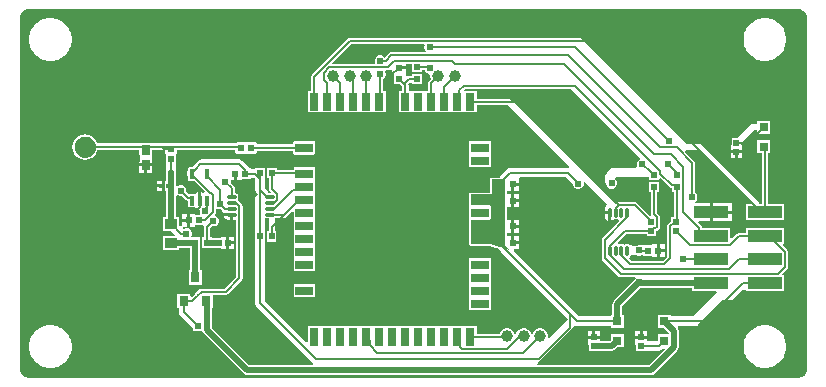
<source format=gtl>
G04*
G04 #@! TF.GenerationSoftware,Altium Limited,Altium Designer,21.6.4 (81)*
G04*
G04 Layer_Physical_Order=1*
G04 Layer_Color=255*
%FSAX25Y25*%
%MOIN*%
G70*
G04*
G04 #@! TF.SameCoordinates,4D958C9C-F649-4AF2-B5CF-C97532408FB4*
G04*
G04*
G04 #@! TF.FilePolarity,Positive*
G04*
G01*
G75*
%ADD13C,0.02000*%
%ADD14C,0.00700*%
%ADD19R,0.01860X0.02288*%
%ADD20R,0.02288X0.01860*%
%ADD21R,0.01968X0.02362*%
%ADD22R,0.02362X0.01968*%
%ADD23R,0.19685X0.03937*%
%ADD24C,0.03937*%
%ADD25R,0.03150X0.03150*%
G04:AMPARAMS|DCode=26|XSize=15.75mil|YSize=33.47mil|CornerRadius=1.97mil|HoleSize=0mil|Usage=FLASHONLY|Rotation=180.000|XOffset=0mil|YOffset=0mil|HoleType=Round|Shape=RoundedRectangle|*
%AMROUNDEDRECTD26*
21,1,0.01575,0.02953,0,0,180.0*
21,1,0.01181,0.03347,0,0,180.0*
1,1,0.00394,-0.00591,0.01476*
1,1,0.00394,0.00591,0.01476*
1,1,0.00394,0.00591,-0.01476*
1,1,0.00394,-0.00591,-0.01476*
%
%ADD26ROUNDEDRECTD26*%
%ADD27R,0.03150X0.05906*%
%ADD28R,0.05906X0.03150*%
%ADD29R,0.04331X0.04331*%
%ADD30R,0.02441X0.02362*%
%ADD31R,0.02423X0.02254*%
G04:AMPARAMS|DCode=32|XSize=11.81mil|YSize=31.5mil|CornerRadius=1.95mil|HoleSize=0mil|Usage=FLASHONLY|Rotation=90.000|XOffset=0mil|YOffset=0mil|HoleType=Round|Shape=RoundedRectangle|*
%AMROUNDEDRECTD32*
21,1,0.01181,0.02760,0,0,90.0*
21,1,0.00791,0.03150,0,0,90.0*
1,1,0.00390,0.01380,0.00396*
1,1,0.00390,0.01380,-0.00396*
1,1,0.00390,-0.01380,-0.00396*
1,1,0.00390,-0.01380,0.00396*
%
%ADD32ROUNDEDRECTD32*%
%ADD33R,0.03150X0.03543*%
%ADD34R,0.02559X0.03347*%
%ADD35R,0.02254X0.02423*%
%ADD36R,0.01788X0.01428*%
%ADD37R,0.03937X0.03543*%
%ADD38R,0.02362X0.02441*%
%ADD39R,0.11614X0.04016*%
G04:AMPARAMS|DCode=40|XSize=11.81mil|YSize=31.5mil|CornerRadius=1.95mil|HoleSize=0mil|Usage=FLASHONLY|Rotation=0.000|XOffset=0mil|YOffset=0mil|HoleType=Round|Shape=RoundedRectangle|*
%AMROUNDEDRECTD40*
21,1,0.01181,0.02760,0,0,0.0*
21,1,0.00791,0.03150,0,0,0.0*
1,1,0.00390,0.00396,-0.01380*
1,1,0.00390,-0.00396,-0.01380*
1,1,0.00390,-0.00396,0.01380*
1,1,0.00390,0.00396,0.01380*
%
%ADD40ROUNDEDRECTD40*%
%ADD54C,0.00050*%
%ADD55C,0.00800*%
%ADD56C,0.02400*%
G36*
X0260531Y0123977D02*
X0261155Y0123852D01*
X0261743Y0123609D01*
X0262272Y0123256D01*
X0262722Y0122806D01*
X0263076Y0122277D01*
X0263320Y0121689D01*
X0263445Y0121065D01*
X0263445Y0120747D01*
X0263433Y0003996D01*
X0263433Y0003996D01*
X0263433Y0003996D01*
X0263433Y0003701D01*
X0263318Y0003124D01*
X0263093Y0002579D01*
X0262766Y0002090D01*
X0262350Y0001673D01*
X0261860Y0001345D01*
X0261316Y0001120D01*
X0260738Y0001004D01*
X0260444Y0001004D01*
X0004114Y0001020D01*
X0004114Y0001020D01*
X0004114Y0001020D01*
X0003809D01*
X0003212Y0001139D01*
X0002648Y0001372D01*
X0002142Y0001710D01*
X0001710Y0002142D01*
X0001372Y0002648D01*
X0001139Y0003212D01*
X0001020Y0003809D01*
Y0004114D01*
X0001020Y0004114D01*
X0001020Y0004114D01*
X0001012Y0120772D01*
X0001012Y0121086D01*
X0001134Y0121704D01*
X0001375Y0122285D01*
X0001725Y0122809D01*
X0002169Y0123254D01*
X0002692Y0123604D01*
X0003274Y0123845D01*
X0003891Y0123968D01*
X0004206Y0123969D01*
X0260213Y0123977D01*
X0260531Y0123977D01*
D02*
G37*
%LPC*%
G36*
X0250014Y0120886D02*
X0248812D01*
X0248714Y0120866D01*
X0248613D01*
X0247434Y0120632D01*
X0247342Y0120593D01*
X0247243Y0120574D01*
X0246133Y0120114D01*
X0246049Y0120058D01*
X0245956Y0120019D01*
X0244957Y0119351D01*
X0244886Y0119281D01*
X0244802Y0119225D01*
X0243952Y0118375D01*
X0243897Y0118291D01*
X0243826Y0118220D01*
X0243158Y0117221D01*
X0243119Y0117128D01*
X0243064Y0117044D01*
X0242604Y0115934D01*
X0242584Y0115835D01*
X0242546Y0115743D01*
X0242311Y0114564D01*
Y0114463D01*
X0242291Y0114365D01*
Y0113163D01*
X0242311Y0113064D01*
Y0112964D01*
X0242546Y0111785D01*
X0242584Y0111692D01*
X0242604Y0111594D01*
X0243064Y0110483D01*
X0243119Y0110399D01*
X0243158Y0110307D01*
X0243826Y0109307D01*
X0243897Y0109236D01*
X0243952Y0109153D01*
X0244802Y0108303D01*
X0244886Y0108247D01*
X0244957Y0108176D01*
X0245956Y0107508D01*
X0246049Y0107470D01*
X0246133Y0107414D01*
X0247243Y0106954D01*
X0247342Y0106934D01*
X0247434Y0106896D01*
X0248613Y0106661D01*
X0248714D01*
X0248812Y0106642D01*
X0250014D01*
X0250113Y0106661D01*
X0250213D01*
X0251392Y0106896D01*
X0251485Y0106934D01*
X0251584Y0106954D01*
X0252694Y0107414D01*
X0252778Y0107470D01*
X0252870Y0107508D01*
X0253870Y0108176D01*
X0253941Y0108247D01*
X0254024Y0108303D01*
X0254874Y0109153D01*
X0254930Y0109236D01*
X0255001Y0109307D01*
X0255669Y0110307D01*
X0255707Y0110399D01*
X0255763Y0110483D01*
X0256223Y0111594D01*
X0256243Y0111692D01*
X0256281Y0111785D01*
X0256516Y0112964D01*
Y0113064D01*
X0256535Y0113163D01*
Y0114365D01*
X0256516Y0114463D01*
Y0114564D01*
X0256281Y0115743D01*
X0256243Y0115835D01*
X0256223Y0115934D01*
X0255763Y0117044D01*
X0255707Y0117128D01*
X0255669Y0117221D01*
X0255001Y0118220D01*
X0254930Y0118291D01*
X0254874Y0118375D01*
X0254024Y0119225D01*
X0253941Y0119281D01*
X0253870Y0119351D01*
X0252870Y0120019D01*
X0252778Y0120058D01*
X0252694Y0120114D01*
X0251584Y0120574D01*
X0251485Y0120593D01*
X0251392Y0120632D01*
X0250213Y0120866D01*
X0250113D01*
X0250014Y0120886D01*
D02*
G37*
G36*
X0011825D02*
X0010623D01*
X0010525Y0120866D01*
X0010424D01*
X0009245Y0120632D01*
X0009153Y0120593D01*
X0009054Y0120574D01*
X0007944Y0120114D01*
X0007860Y0120058D01*
X0007767Y0120019D01*
X0006768Y0119351D01*
X0006697Y0119281D01*
X0006613Y0119225D01*
X0005763Y0118375D01*
X0005708Y0118291D01*
X0005637Y0118220D01*
X0004969Y0117221D01*
X0004930Y0117128D01*
X0004875Y0117044D01*
X0004415Y0115934D01*
X0004395Y0115835D01*
X0004357Y0115743D01*
X0004122Y0114564D01*
Y0114463D01*
X0004103Y0114365D01*
Y0113163D01*
X0004122Y0113064D01*
Y0112964D01*
X0004357Y0111785D01*
X0004395Y0111692D01*
X0004415Y0111594D01*
X0004875Y0110483D01*
X0004930Y0110399D01*
X0004969Y0110307D01*
X0005637Y0109307D01*
X0005708Y0109236D01*
X0005763Y0109153D01*
X0006613Y0108303D01*
X0006697Y0108247D01*
X0006768Y0108176D01*
X0007767Y0107508D01*
X0007860Y0107470D01*
X0007944Y0107414D01*
X0009054Y0106954D01*
X0009153Y0106934D01*
X0009245Y0106896D01*
X0010424Y0106661D01*
X0010525D01*
X0010623Y0106642D01*
X0011825D01*
X0011924Y0106661D01*
X0012024D01*
X0013203Y0106896D01*
X0013296Y0106934D01*
X0013395Y0106954D01*
X0014505Y0107414D01*
X0014589Y0107470D01*
X0014681Y0107508D01*
X0015681Y0108176D01*
X0015752Y0108247D01*
X0015835Y0108303D01*
X0016685Y0109153D01*
X0016741Y0109236D01*
X0016812Y0109307D01*
X0017480Y0110307D01*
X0017518Y0110399D01*
X0017574Y0110483D01*
X0018034Y0111594D01*
X0018054Y0111692D01*
X0018092Y0111785D01*
X0018327Y0112964D01*
Y0113064D01*
X0018346Y0113163D01*
Y0114365D01*
X0018327Y0114463D01*
Y0114564D01*
X0018092Y0115743D01*
X0018054Y0115835D01*
X0018034Y0115934D01*
X0017574Y0117044D01*
X0017518Y0117128D01*
X0017480Y0117221D01*
X0016812Y0118220D01*
X0016741Y0118291D01*
X0016685Y0118375D01*
X0015835Y0119225D01*
X0015752Y0119281D01*
X0015681Y0119351D01*
X0014681Y0120019D01*
X0014589Y0120058D01*
X0014505Y0120114D01*
X0013395Y0120574D01*
X0013296Y0120593D01*
X0013203Y0120632D01*
X0012024Y0120866D01*
X0011924D01*
X0011825Y0120886D01*
D02*
G37*
G36*
X0251275Y0086723D02*
X0246925D01*
Y0085568D01*
X0245228D01*
X0244838Y0085490D01*
X0244507Y0085269D01*
X0240202Y0080963D01*
X0238370D01*
Y0078485D01*
X0237970D01*
Y0076841D01*
X0239900D01*
X0241830D01*
Y0078485D01*
X0241430D01*
Y0079308D01*
X0245651Y0083528D01*
X0246925D01*
Y0082373D01*
X0251275D01*
Y0086723D01*
D02*
G37*
G36*
X0187400Y0114420D02*
X0111222D01*
X0110832Y0114342D01*
X0110501Y0114121D01*
X0098464Y0102084D01*
X0098243Y0101753D01*
X0098166Y0101363D01*
Y0096592D01*
X0097010D01*
Y0089487D01*
X0123013D01*
Y0096592D01*
X0122220D01*
Y0100742D01*
X0122220Y0100743D01*
X0122726Y0101249D01*
X0123000Y0101910D01*
Y0102627D01*
X0122866Y0102949D01*
X0123201Y0103449D01*
X0123842D01*
X0124232Y0103526D01*
X0124563Y0103748D01*
X0124818Y0104002D01*
X0125279Y0103811D01*
Y0102130D01*
X0125680D01*
Y0098908D01*
X0127695D01*
X0128378Y0098224D01*
Y0096592D01*
X0127325D01*
Y0089487D01*
X0153328D01*
Y0092020D01*
X0163650D01*
X0184243Y0071427D01*
X0183997Y0070966D01*
X0183668Y0071031D01*
X0164547D01*
X0163922Y0070907D01*
X0163393Y0070553D01*
X0161376Y0068537D01*
X0161023Y0068007D01*
X0161003Y0067910D01*
X0160843Y0067750D01*
X0158387D01*
X0157927Y0067560D01*
X0157737Y0067101D01*
Y0062750D01*
X0151387D01*
X0150927Y0062560D01*
X0150737Y0062101D01*
Y0058601D01*
X0150927Y0058141D01*
X0150947Y0058133D01*
Y0054068D01*
X0150927Y0054060D01*
X0150737Y0053601D01*
Y0045610D01*
X0150927Y0045151D01*
X0151387Y0044961D01*
X0157785D01*
X0159908Y0044282D01*
Y0044179D01*
X0160230D01*
X0160931Y0043955D01*
X0161023Y0043492D01*
X0161376Y0042963D01*
X0183728Y0020612D01*
X0177516Y0014401D01*
X0177068Y0014660D01*
X0177068Y0014662D01*
Y0015338D01*
X0176893Y0015991D01*
X0176555Y0016577D01*
X0176077Y0017055D01*
X0175491Y0017393D01*
X0174838Y0017569D01*
X0174162D01*
X0173509Y0017393D01*
X0172923Y0017055D01*
X0172445Y0016577D01*
X0172107Y0015991D01*
X0172009Y0015627D01*
X0171491D01*
X0171394Y0015991D01*
X0171055Y0016577D01*
X0170577Y0017055D01*
X0169991Y0017393D01*
X0169338Y0017569D01*
X0168662D01*
X0168009Y0017393D01*
X0167423Y0017055D01*
X0166945Y0016577D01*
X0166606Y0015991D01*
X0166509Y0015627D01*
X0165991D01*
X0165893Y0015991D01*
X0165555Y0016577D01*
X0165077Y0017055D01*
X0164491Y0017393D01*
X0163838Y0017569D01*
X0163162D01*
X0162509Y0017393D01*
X0161923Y0017055D01*
X0161445Y0016577D01*
X0161107Y0015991D01*
X0161032Y0015712D01*
X0153328D01*
Y0018246D01*
X0097010D01*
Y0013038D01*
X0096548Y0012846D01*
X0082663Y0026732D01*
Y0048200D01*
Y0053931D01*
X0082919Y0054141D01*
X0083949D01*
Y0049981D01*
X0083384D01*
Y0046419D01*
X0086553D01*
Y0049981D01*
X0085988D01*
Y0054203D01*
X0085989Y0054203D01*
X0086176Y0054328D01*
X0089213D01*
X0089603Y0054405D01*
X0089934Y0054626D01*
X0091824Y0056517D01*
X0092286Y0056325D01*
Y0053857D01*
Y0049526D01*
Y0045195D01*
Y0040865D01*
Y0036534D01*
X0099391D01*
Y0040865D01*
Y0045195D01*
Y0049526D01*
Y0053857D01*
Y0058187D01*
Y0062518D01*
Y0066849D01*
Y0071198D01*
X0092286D01*
Y0070320D01*
X0086653D01*
Y0071081D01*
X0083484D01*
Y0067519D01*
X0084049D01*
Y0063949D01*
X0084127Y0063559D01*
X0084347Y0063228D01*
X0084655Y0062921D01*
X0084463Y0062459D01*
X0084411D01*
X0083931Y0062500D01*
X0083807Y0063124D01*
X0083454Y0063653D01*
X0082763Y0064344D01*
Y0069300D01*
X0082716Y0069537D01*
Y0071081D01*
X0079547D01*
Y0070721D01*
X0077975D01*
Y0070816D01*
X0077526D01*
X0077459Y0071151D01*
X0077105Y0071681D01*
X0075816Y0072970D01*
X0075287Y0073323D01*
X0075208Y0073339D01*
X0075191Y0073356D01*
X0074662Y0073709D01*
X0074038Y0073834D01*
X0061714D01*
X0061714Y0073834D01*
X0061090Y0073709D01*
X0060561Y0073356D01*
X0058423Y0071218D01*
X0057850D01*
X0057539Y0071156D01*
X0057276Y0070980D01*
X0057100Y0070716D01*
X0057038Y0070406D01*
Y0070170D01*
X0056934Y0070014D01*
X0056810Y0069390D01*
Y0068929D01*
X0056934Y0068305D01*
X0057038Y0068149D01*
Y0067453D01*
X0057100Y0067142D01*
X0057276Y0066878D01*
X0057539Y0066702D01*
X0057850Y0066640D01*
X0058808D01*
X0058828Y0066636D01*
X0059122D01*
X0062642Y0063116D01*
X0062643Y0063112D01*
X0062483Y0062568D01*
X0062281Y0062525D01*
X0062058Y0062675D01*
X0061590Y0062768D01*
X0061500D01*
Y0060071D01*
X0060500D01*
Y0062768D01*
X0060409D01*
X0059943Y0062675D01*
X0059547Y0062410D01*
X0059432Y0062238D01*
X0059342Y0062298D01*
X0059031Y0062360D01*
X0057850D01*
X0057539Y0062298D01*
X0057362Y0062179D01*
X0056600Y0062942D01*
X0056600Y0062942D01*
Y0063658D01*
X0056326Y0064320D01*
X0055820Y0064826D01*
X0055158Y0065100D01*
X0054442D01*
X0053780Y0064826D01*
X0053631Y0064677D01*
X0053131Y0064884D01*
Y0072001D01*
X0053227D01*
Y0075493D01*
X0053350Y0075677D01*
X0053409Y0075976D01*
Y0076791D01*
X0072819D01*
Y0076473D01*
X0072879Y0076174D01*
X0073001Y0075990D01*
Y0075873D01*
X0073118D01*
X0073302Y0075750D01*
X0073601Y0075691D01*
X0076024D01*
X0076323Y0075750D01*
X0076500Y0075868D01*
X0076676Y0075750D01*
X0076976Y0075691D01*
X0079399D01*
X0079698Y0075750D01*
X0079882Y0075873D01*
X0079999D01*
Y0075990D01*
X0080121Y0076174D01*
X0080174Y0076439D01*
X0092103D01*
Y0076110D01*
X0092163Y0075811D01*
X0092286Y0075627D01*
Y0075510D01*
X0092402D01*
X0092586Y0075387D01*
X0092886Y0075328D01*
X0098791D01*
X0099091Y0075387D01*
X0099275Y0075510D01*
X0099391D01*
Y0075627D01*
X0099514Y0075811D01*
X0099574Y0076110D01*
Y0079260D01*
X0099514Y0079559D01*
X0099391Y0079743D01*
Y0079860D01*
X0099275D01*
X0099091Y0079983D01*
X0098791Y0080042D01*
X0092886D01*
X0092586Y0079983D01*
X0092402Y0079860D01*
X0092286D01*
Y0079743D01*
X0092163Y0079559D01*
X0092103Y0079260D01*
Y0078761D01*
X0080174D01*
X0080121Y0079026D01*
X0079999Y0079210D01*
Y0079327D01*
X0079882D01*
X0079698Y0079450D01*
X0079399Y0079509D01*
X0076976D01*
X0076676Y0079450D01*
X0076500Y0079332D01*
X0076323Y0079450D01*
X0076024Y0079509D01*
X0073601D01*
X0073302Y0079450D01*
X0073118Y0079327D01*
X0073001D01*
Y0079210D01*
X0072937Y0079114D01*
X0052938D01*
X0052926Y0079121D01*
X0052627Y0079181D01*
X0050373D01*
X0050074Y0079121D01*
X0050062Y0079114D01*
X0044882D01*
X0044879Y0079117D01*
Y0079234D01*
X0044763D01*
X0044579Y0079357D01*
X0044280Y0079416D01*
X0041721D01*
X0041421Y0079357D01*
X0041237Y0079234D01*
X0041120D01*
Y0079117D01*
X0041118Y0079114D01*
X0026862D01*
X0026856Y0079146D01*
X0026511Y0079979D01*
X0026454Y0080064D01*
X0026408Y0080156D01*
X0025859Y0080871D01*
X0025782Y0080939D01*
X0025715Y0081016D01*
X0024999Y0081565D01*
X0024908Y0081610D01*
X0024823Y0081667D01*
X0023990Y0082012D01*
X0023889Y0082032D01*
X0023792Y0082065D01*
X0022898Y0082183D01*
X0022796Y0082176D01*
X0022694Y0082183D01*
X0021800Y0082065D01*
X0021703Y0082032D01*
X0021602Y0082012D01*
X0020769Y0081667D01*
X0020684Y0081610D01*
X0020592Y0081565D01*
X0019877Y0081016D01*
X0019809Y0080939D01*
X0019733Y0080871D01*
X0019184Y0080156D01*
X0019138Y0080064D01*
X0019081Y0079979D01*
X0018736Y0079146D01*
X0018716Y0079046D01*
X0018683Y0078949D01*
X0018566Y0078054D01*
X0018572Y0077952D01*
X0018566Y0077850D01*
X0018683Y0076956D01*
X0018716Y0076859D01*
X0018736Y0076759D01*
X0019081Y0075926D01*
X0019138Y0075841D01*
X0019184Y0075749D01*
X0019733Y0075033D01*
X0019809Y0074966D01*
X0019877Y0074889D01*
X0020592Y0074340D01*
X0020684Y0074295D01*
X0020769Y0074238D01*
X0021602Y0073893D01*
X0021703Y0073873D01*
X0021800Y0073840D01*
X0022694Y0073722D01*
X0022796Y0073729D01*
X0022898Y0073722D01*
X0023792Y0073840D01*
X0023889Y0073873D01*
X0023990Y0073893D01*
X0024823Y0074238D01*
X0024908Y0074295D01*
X0024999Y0074340D01*
X0025715Y0074889D01*
X0025782Y0074966D01*
X0025859Y0075033D01*
X0026408Y0075749D01*
X0026454Y0075841D01*
X0026511Y0075926D01*
X0026856Y0076759D01*
X0026862Y0076791D01*
X0040938D01*
Y0075287D01*
X0040953Y0075213D01*
X0040720Y0074713D01*
X0040720D01*
Y0072539D01*
X0043000D01*
X0045279D01*
Y0074713D01*
X0045279Y0074713D01*
X0045047Y0075213D01*
X0045062Y0075287D01*
Y0076791D01*
X0049591D01*
Y0075976D01*
X0049650Y0075677D01*
X0049773Y0075493D01*
Y0072001D01*
X0049869D01*
Y0066714D01*
X0049302D01*
Y0065000D01*
Y0063286D01*
X0049869D01*
Y0054521D01*
X0048932D01*
Y0049778D01*
X0051565D01*
X0052658Y0048684D01*
X0052467Y0048222D01*
X0048932D01*
Y0043479D01*
X0054068D01*
Y0044369D01*
X0057869D01*
Y0036809D01*
X0057325D01*
Y0032065D01*
X0061675D01*
Y0036809D01*
X0061131D01*
Y0045676D01*
X0061163Y0045835D01*
Y0046000D01*
X0061116Y0046237D01*
Y0047781D01*
X0058580D01*
X0058250Y0048281D01*
X0058400Y0048642D01*
Y0049358D01*
X0058126Y0050020D01*
X0057620Y0050526D01*
X0056958Y0050800D01*
X0056242D01*
X0055835Y0050631D01*
X0055475D01*
X0055290Y0050873D01*
X0055527Y0051373D01*
X0056813D01*
Y0053000D01*
X0055101D01*
Y0051829D01*
X0055101Y0051562D01*
X0054614Y0051343D01*
X0054068Y0051888D01*
Y0054521D01*
X0053131D01*
Y0061716D01*
X0053631Y0061923D01*
X0053780Y0061774D01*
X0054442Y0061500D01*
X0055158D01*
X0055158Y0061500D01*
X0056293Y0060365D01*
X0056624Y0060144D01*
X0057014Y0060067D01*
X0057038D01*
Y0058595D01*
X0057100Y0058284D01*
X0057276Y0058020D01*
X0057539Y0057844D01*
X0057850Y0057782D01*
X0059031D01*
X0059342Y0057844D01*
X0059432Y0057903D01*
X0059547Y0057732D01*
X0059943Y0057467D01*
X0060409Y0057374D01*
X0060789D01*
X0061000Y0057058D01*
Y0056342D01*
X0061255Y0055727D01*
X0061074Y0055227D01*
X0059524D01*
Y0055627D01*
X0057813D01*
Y0053500D01*
Y0051373D01*
X0059524D01*
Y0051773D01*
X0062019D01*
X0062449Y0051372D01*
X0062449Y0051294D01*
Y0047781D01*
X0061884D01*
Y0046237D01*
X0061837Y0046000D01*
X0061884Y0045763D01*
Y0044219D01*
X0065053D01*
Y0044369D01*
X0067561D01*
X0067795Y0044415D01*
X0068295Y0044070D01*
Y0044070D01*
X0069939D01*
Y0046000D01*
Y0047930D01*
X0068295D01*
Y0047930D01*
X0067795Y0047585D01*
X0067561Y0047631D01*
X0065053D01*
Y0047781D01*
X0064488D01*
Y0050949D01*
X0065044Y0051505D01*
X0065203Y0051439D01*
X0065919D01*
X0066581Y0051713D01*
X0067087Y0052219D01*
X0067361Y0052881D01*
Y0053597D01*
X0067087Y0054258D01*
X0066581Y0054765D01*
X0066259Y0054898D01*
X0066152Y0055185D01*
X0066122Y0055496D01*
X0066288Y0055745D01*
X0066366Y0056135D01*
Y0057281D01*
X0066866Y0057488D01*
X0066880Y0057474D01*
X0067542Y0057200D01*
X0067958D01*
X0068563Y0056595D01*
X0068894Y0056374D01*
X0069107Y0055847D01*
X0071701D01*
Y0055347D01*
X0072201D01*
Y0053733D01*
X0073081D01*
X0073256Y0053589D01*
Y0034738D01*
X0069265Y0030746D01*
X0061643D01*
X0061253Y0030669D01*
X0060922Y0030448D01*
X0059368Y0028894D01*
X0059257Y0028727D01*
X0058435Y0027905D01*
X0057935Y0028112D01*
Y0028935D01*
X0053585D01*
Y0024191D01*
X0054132D01*
Y0022977D01*
X0054256Y0022353D01*
X0054610Y0021824D01*
X0058817Y0017617D01*
Y0016650D01*
X0059978D01*
X0060487Y0016549D01*
X0060561D01*
X0061070Y0016650D01*
X0061889D01*
X0061932Y0016437D01*
X0062286Y0015907D01*
X0075747Y0002447D01*
X0076276Y0002093D01*
X0076900Y0001969D01*
X0211560D01*
X0212185Y0002093D01*
X0212714Y0002447D01*
X0220228Y0009961D01*
X0220582Y0010490D01*
X0220706Y0011114D01*
Y0016673D01*
X0220582Y0017298D01*
X0220302Y0017717D01*
X0220476Y0018217D01*
X0226048D01*
X0226672Y0018341D01*
X0227202Y0018695D01*
X0235276Y0026769D01*
X0237900D01*
X0238524Y0026893D01*
X0239054Y0027246D01*
X0241941Y0030134D01*
X0242983D01*
Y0029991D01*
X0255797D01*
Y0035206D01*
X0255448D01*
X0255257Y0035668D01*
X0256918Y0037329D01*
X0257139Y0037660D01*
X0257216Y0038050D01*
Y0042895D01*
X0257139Y0043285D01*
X0256918Y0043615D01*
X0256332Y0044201D01*
X0256332Y0044201D01*
X0255257Y0045277D01*
X0255448Y0045739D01*
X0255797D01*
Y0050954D01*
X0242983D01*
Y0049366D01*
X0240705D01*
X0240315Y0049288D01*
X0239985Y0049067D01*
X0238345Y0047428D01*
X0237883Y0047620D01*
Y0050954D01*
X0228401D01*
Y0051086D01*
X0228324Y0051476D01*
X0228103Y0051807D01*
X0227159Y0052751D01*
X0227350Y0053213D01*
X0230976D01*
Y0056221D01*
Y0059228D01*
X0226327D01*
X0226213Y0059473D01*
X0226174Y0059728D01*
X0226626Y0060180D01*
X0226900Y0060842D01*
Y0061558D01*
X0226626Y0062220D01*
X0226120Y0062726D01*
X0226120Y0062726D01*
Y0072700D01*
X0226042Y0073090D01*
X0225821Y0073421D01*
X0222844Y0076398D01*
X0222852Y0076468D01*
X0222903Y0076647D01*
X0223052Y0076880D01*
X0227288D01*
X0244878Y0059290D01*
X0244687Y0058828D01*
X0242983D01*
Y0053613D01*
X0255797D01*
Y0058828D01*
X0250409D01*
Y0075877D01*
X0251275D01*
Y0080227D01*
X0246925D01*
Y0075877D01*
X0248370D01*
Y0058828D01*
X0247670D01*
Y0058960D01*
X0247592Y0059350D01*
X0247372Y0059681D01*
X0228431Y0078621D01*
X0228100Y0078842D01*
X0227710Y0078920D01*
X0223322D01*
X0188121Y0114121D01*
X0187790Y0114342D01*
X0187400Y0114420D01*
D02*
G37*
G36*
X0241830Y0075841D02*
X0240400D01*
Y0074198D01*
X0241830D01*
Y0075841D01*
D02*
G37*
G36*
X0239400D02*
X0237970D01*
Y0074198D01*
X0239400D01*
Y0075841D01*
D02*
G37*
G36*
X0158053Y0079860D02*
X0150947D01*
Y0075510D01*
Y0071179D01*
X0158053D01*
Y0075510D01*
Y0079860D01*
D02*
G37*
G36*
X0045279Y0071539D02*
X0043500D01*
Y0069366D01*
X0045279D01*
Y0071539D01*
D02*
G37*
G36*
X0042500D02*
X0040720D01*
Y0069366D01*
X0042500D01*
Y0071539D01*
D02*
G37*
G36*
X0048302Y0066714D02*
X0046908D01*
Y0065500D01*
X0048302D01*
Y0066714D01*
D02*
G37*
G36*
X0033638Y0063852D02*
X0023295D01*
Y0063503D01*
X0033638D01*
Y0063852D01*
D02*
G37*
G36*
X0022295D02*
X0011953D01*
Y0063503D01*
X0022295D01*
Y0063852D01*
D02*
G37*
G36*
X0048302Y0064500D02*
X0046908D01*
Y0063286D01*
X0048302D01*
Y0064500D01*
D02*
G37*
G36*
X0238283Y0059228D02*
X0231976D01*
Y0056721D01*
X0238283D01*
Y0059228D01*
D02*
G37*
G36*
X0056813Y0055627D02*
X0055101D01*
Y0054000D01*
X0056813D01*
Y0055627D01*
D02*
G37*
G36*
X0071201Y0054847D02*
X0069123D01*
X0069195Y0054485D01*
X0069459Y0054090D01*
X0069855Y0053826D01*
X0070321Y0053733D01*
X0071201D01*
Y0054847D01*
D02*
G37*
G36*
X0238283Y0055721D02*
X0231976D01*
Y0053213D01*
X0238283D01*
Y0055721D01*
D02*
G37*
G36*
X0072583Y0047930D02*
X0070939D01*
Y0046500D01*
X0072583D01*
Y0047930D01*
D02*
G37*
G36*
Y0045500D02*
X0070939D01*
Y0044070D01*
X0072583D01*
Y0045500D01*
D02*
G37*
G36*
X0099391Y0032222D02*
X0092286D01*
Y0027872D01*
X0099391D01*
Y0032222D01*
D02*
G37*
G36*
X0158053Y0040883D02*
X0150947D01*
Y0036534D01*
Y0032203D01*
Y0027872D01*
Y0023542D01*
X0158053D01*
Y0027872D01*
Y0032203D01*
Y0036534D01*
Y0040883D01*
D02*
G37*
G36*
X0250014Y0018523D02*
X0248812D01*
X0248714Y0018504D01*
X0248613D01*
X0247434Y0018269D01*
X0247342Y0018231D01*
X0247243Y0018211D01*
X0246133Y0017751D01*
X0246049Y0017696D01*
X0245956Y0017657D01*
X0244957Y0016989D01*
X0244886Y0016918D01*
X0244802Y0016862D01*
X0243952Y0016013D01*
X0243897Y0015929D01*
X0243826Y0015858D01*
X0243158Y0014859D01*
X0243119Y0014766D01*
X0243064Y0014682D01*
X0242604Y0013572D01*
X0242584Y0013473D01*
X0242546Y0013381D01*
X0242311Y0012201D01*
Y0012101D01*
X0242291Y0012003D01*
Y0010801D01*
X0242311Y0010702D01*
Y0010602D01*
X0242546Y0009423D01*
X0242584Y0009330D01*
X0242604Y0009231D01*
X0243064Y0008121D01*
X0243119Y0008037D01*
X0243158Y0007945D01*
X0243826Y0006945D01*
X0243897Y0006874D01*
X0243952Y0006791D01*
X0244802Y0005941D01*
X0244886Y0005885D01*
X0244957Y0005814D01*
X0245956Y0005146D01*
X0246049Y0005108D01*
X0246133Y0005052D01*
X0247243Y0004592D01*
X0247342Y0004572D01*
X0247434Y0004534D01*
X0248613Y0004299D01*
X0248714D01*
X0248812Y0004280D01*
X0250014D01*
X0250113Y0004299D01*
X0250213D01*
X0251392Y0004534D01*
X0251485Y0004572D01*
X0251584Y0004592D01*
X0252694Y0005052D01*
X0252778Y0005108D01*
X0252870Y0005146D01*
X0253870Y0005814D01*
X0253941Y0005885D01*
X0254024Y0005941D01*
X0254874Y0006791D01*
X0254930Y0006874D01*
X0255001Y0006945D01*
X0255669Y0007945D01*
X0255707Y0008037D01*
X0255763Y0008121D01*
X0256223Y0009231D01*
X0256243Y0009330D01*
X0256281Y0009423D01*
X0256516Y0010602D01*
Y0010702D01*
X0256535Y0010801D01*
Y0012003D01*
X0256516Y0012101D01*
Y0012201D01*
X0256281Y0013381D01*
X0256243Y0013473D01*
X0256223Y0013572D01*
X0255763Y0014682D01*
X0255707Y0014766D01*
X0255669Y0014859D01*
X0255001Y0015858D01*
X0254930Y0015929D01*
X0254874Y0016013D01*
X0254024Y0016862D01*
X0253941Y0016918D01*
X0253870Y0016989D01*
X0252870Y0017657D01*
X0252778Y0017696D01*
X0252694Y0017751D01*
X0251584Y0018211D01*
X0251485Y0018231D01*
X0251392Y0018269D01*
X0250213Y0018504D01*
X0250113D01*
X0250014Y0018523D01*
D02*
G37*
G36*
X0011825D02*
X0010623D01*
X0010525Y0018504D01*
X0010424D01*
X0009245Y0018269D01*
X0009153Y0018231D01*
X0009054Y0018211D01*
X0007944Y0017751D01*
X0007860Y0017696D01*
X0007767Y0017657D01*
X0006768Y0016989D01*
X0006697Y0016918D01*
X0006613Y0016862D01*
X0005763Y0016013D01*
X0005708Y0015929D01*
X0005637Y0015858D01*
X0004969Y0014859D01*
X0004930Y0014766D01*
X0004875Y0014682D01*
X0004415Y0013572D01*
X0004395Y0013473D01*
X0004357Y0013381D01*
X0004122Y0012201D01*
Y0012101D01*
X0004103Y0012003D01*
Y0010801D01*
X0004122Y0010702D01*
Y0010602D01*
X0004357Y0009423D01*
X0004395Y0009330D01*
X0004415Y0009231D01*
X0004875Y0008121D01*
X0004930Y0008037D01*
X0004969Y0007945D01*
X0005637Y0006945D01*
X0005708Y0006874D01*
X0005763Y0006791D01*
X0006613Y0005941D01*
X0006697Y0005885D01*
X0006768Y0005814D01*
X0007767Y0005146D01*
X0007860Y0005108D01*
X0007944Y0005052D01*
X0009054Y0004592D01*
X0009153Y0004572D01*
X0009245Y0004534D01*
X0010424Y0004299D01*
X0010525D01*
X0010623Y0004280D01*
X0011825D01*
X0011924Y0004299D01*
X0012024D01*
X0013203Y0004534D01*
X0013296Y0004572D01*
X0013395Y0004592D01*
X0014505Y0005052D01*
X0014589Y0005108D01*
X0014681Y0005146D01*
X0015681Y0005814D01*
X0015752Y0005885D01*
X0015835Y0005941D01*
X0016685Y0006791D01*
X0016741Y0006874D01*
X0016812Y0006945D01*
X0017480Y0007945D01*
X0017518Y0008037D01*
X0017574Y0008121D01*
X0018034Y0009231D01*
X0018054Y0009330D01*
X0018092Y0009423D01*
X0018327Y0010602D01*
Y0010702D01*
X0018346Y0010801D01*
Y0012003D01*
X0018327Y0012101D01*
Y0012201D01*
X0018092Y0013381D01*
X0018054Y0013473D01*
X0018034Y0013572D01*
X0017574Y0014682D01*
X0017518Y0014766D01*
X0017480Y0014859D01*
X0016812Y0015858D01*
X0016741Y0015929D01*
X0016685Y0016013D01*
X0015835Y0016862D01*
X0015752Y0016918D01*
X0015681Y0016989D01*
X0014681Y0017657D01*
X0014589Y0017696D01*
X0014505Y0017751D01*
X0013395Y0018211D01*
X0013296Y0018231D01*
X0013203Y0018269D01*
X0012024Y0018504D01*
X0011924D01*
X0011825Y0018523D01*
D02*
G37*
%LPD*%
G36*
X0136033Y0111880D02*
X0135900Y0111558D01*
Y0110842D01*
X0136174Y0110180D01*
X0136335Y0110020D01*
X0136128Y0109520D01*
X0124900D01*
X0124510Y0109442D01*
X0124179Y0109221D01*
X0122702Y0107744D01*
X0122220Y0108226D01*
X0121558Y0108500D01*
X0120842D01*
X0120180Y0108226D01*
X0119674Y0107720D01*
X0119400Y0107058D01*
Y0106342D01*
X0119547Y0105988D01*
X0119213Y0105488D01*
X0105405D01*
X0105214Y0105950D01*
X0111644Y0112380D01*
X0135699D01*
X0136033Y0111880D01*
D02*
G37*
G36*
X0131719Y0102884D02*
X0135281D01*
Y0103449D01*
X0136063D01*
X0136174Y0103180D01*
X0136680Y0102674D01*
X0137342Y0102400D01*
X0137564D01*
X0137948Y0101900D01*
X0137932Y0101838D01*
Y0101162D01*
X0138098Y0100540D01*
X0137441Y0099882D01*
X0137220Y0099552D01*
X0137142Y0099161D01*
Y0096592D01*
X0130622D01*
Y0098689D01*
X0130622Y0098689D01*
X0130578Y0098910D01*
X0130897Y0099410D01*
X0131719D01*
Y0098947D01*
X0135281D01*
Y0102116D01*
X0131719D01*
Y0101653D01*
X0129776D01*
X0129720Y0102130D01*
X0129720D01*
Y0103811D01*
X0127500D01*
Y0104811D01*
X0129720D01*
Y0105473D01*
X0131719D01*
Y0102884D01*
D02*
G37*
G36*
X0023788Y0081222D02*
X0024407Y0080965D01*
X0024963Y0080593D01*
X0025437Y0080120D01*
X0025809Y0079563D01*
X0026065Y0078944D01*
X0026196Y0078287D01*
Y0077952D01*
Y0077618D01*
X0026065Y0076961D01*
X0025809Y0076342D01*
X0025437Y0075785D01*
X0024963Y0075311D01*
X0024407Y0074939D01*
X0023788Y0074683D01*
X0023131Y0074552D01*
X0022461D01*
X0021804Y0074683D01*
X0021185Y0074939D01*
X0020629Y0075311D01*
X0020155Y0075785D01*
X0019783Y0076342D01*
X0019527Y0076961D01*
X0019396Y0077618D01*
Y0077952D01*
Y0078287D01*
X0019527Y0078944D01*
X0019783Y0079563D01*
X0020155Y0080120D01*
X0020629Y0080593D01*
X0021185Y0080965D01*
X0021804Y0081222D01*
X0022461Y0081352D01*
X0023131D01*
X0023788Y0081222D01*
D02*
G37*
G36*
X0207871Y0074287D02*
X0207753Y0073698D01*
X0207580Y0073626D01*
X0207074Y0073120D01*
X0206800Y0072458D01*
Y0071742D01*
X0206887Y0071531D01*
X0206553Y0071031D01*
X0198983D01*
X0198359Y0070907D01*
X0197829Y0070553D01*
X0196658Y0069382D01*
X0196304Y0068853D01*
X0196180Y0068228D01*
Y0066397D01*
X0196304Y0065773D01*
X0196500Y0065479D01*
Y0065442D01*
X0196774Y0064780D01*
X0197280Y0064274D01*
X0197942Y0064000D01*
X0198658D01*
X0199320Y0064274D01*
X0199826Y0064780D01*
X0200100Y0065442D01*
Y0066158D01*
X0199826Y0066820D01*
X0199443Y0067203D01*
Y0067553D01*
X0199659Y0067769D01*
X0210619D01*
Y0066984D01*
X0212061D01*
X0212219Y0066953D01*
X0212384D01*
X0212542Y0066984D01*
X0214181D01*
Y0067324D01*
X0214643Y0067515D01*
X0217682Y0064476D01*
X0218013Y0064255D01*
X0218319Y0064194D01*
Y0063047D01*
X0219080D01*
Y0054683D01*
X0218270D01*
Y0053187D01*
X0218066Y0053147D01*
X0217735Y0052926D01*
X0217149Y0052340D01*
X0216928Y0052009D01*
X0216850Y0051619D01*
Y0041292D01*
X0215478Y0039920D01*
X0205010D01*
X0204183Y0040747D01*
X0204231Y0041083D01*
X0204322Y0041315D01*
X0204521Y0041448D01*
X0204697Y0041711D01*
X0204709Y0041769D01*
X0206819D01*
X0207159Y0041628D01*
X0207875D01*
X0208216Y0041769D01*
X0208678D01*
Y0041673D01*
X0211653D01*
Y0041273D01*
X0213364D01*
Y0043400D01*
Y0045527D01*
X0211653D01*
Y0045127D01*
X0208678D01*
Y0045127D01*
X0208178Y0045102D01*
X0207875Y0045228D01*
X0207159D01*
X0206685Y0045031D01*
X0205138D01*
X0205024Y0045107D01*
X0204634Y0045185D01*
X0204521Y0045354D01*
X0204259Y0045529D01*
X0203948Y0045591D01*
X0203157D01*
X0202847Y0045529D01*
X0202584Y0045354D01*
X0202553D01*
X0202290Y0045529D01*
X0201980Y0045591D01*
X0201189D01*
X0200878Y0045529D01*
X0200848Y0045509D01*
X0200469Y0045647D01*
X0200366Y0046175D01*
X0203233Y0049041D01*
X0210070D01*
Y0048317D01*
X0213130D01*
Y0049813D01*
X0213334Y0049853D01*
X0213665Y0050074D01*
X0214251Y0050660D01*
X0214472Y0050991D01*
X0214550Y0051381D01*
Y0054497D01*
X0214472Y0054887D01*
X0214251Y0055218D01*
X0213420Y0056050D01*
Y0063047D01*
X0214181D01*
Y0066216D01*
X0210619D01*
Y0063047D01*
X0211380D01*
Y0055627D01*
X0211458Y0055237D01*
X0211472Y0055216D01*
X0211084Y0054897D01*
X0206686Y0059295D01*
X0206355Y0059516D01*
X0205965Y0059594D01*
X0200694D01*
X0200304Y0059516D01*
X0199973Y0059295D01*
X0199616Y0058938D01*
X0164794Y0093760D01*
X0164463Y0093981D01*
X0164073Y0094059D01*
X0153328D01*
Y0094801D01*
X0153348Y0094900D01*
X0153328Y0094999D01*
Y0096592D01*
X0149272D01*
X0149086Y0097028D01*
X0149377Y0097380D01*
X0184778D01*
X0207871Y0074287D01*
D02*
G37*
G36*
X0162887Y0045101D02*
X0163530Y0044457D01*
Y0044179D01*
X0163808D01*
X0164487Y0043501D01*
X0157887Y0045610D01*
X0151387D01*
Y0053601D01*
X0157887D01*
Y0053857D01*
X0158053D01*
Y0058206D01*
X0157887D01*
Y0058601D01*
X0151387D01*
Y0062101D01*
X0158387D01*
Y0067101D01*
X0162887D01*
Y0045101D01*
D02*
G37*
G36*
X0225069Y0029991D02*
X0233201D01*
X0233338Y0029746D01*
X0233383Y0029491D01*
X0225372Y0021479D01*
X0218075D01*
Y0022023D01*
X0213725D01*
Y0017673D01*
X0215768D01*
X0217414Y0016027D01*
X0217373Y0015527D01*
X0213725D01*
Y0013484D01*
X0213514Y0013273D01*
X0210062D01*
Y0014020D01*
X0208132D01*
X0206202D01*
Y0012376D01*
X0206202D01*
X0206548Y0011876D01*
X0206501Y0011642D01*
X0206602Y0011132D01*
Y0009898D01*
X0209662D01*
Y0010010D01*
X0214190D01*
X0214814Y0010134D01*
X0215343Y0010488D01*
X0215752Y0010897D01*
X0215828Y0010882D01*
X0215993Y0010339D01*
X0210885Y0005231D01*
X0173679D01*
X0173601Y0005328D01*
X0173703Y0005998D01*
X0173776Y0006047D01*
X0185946Y0018217D01*
X0197993D01*
Y0017673D01*
X0202343D01*
Y0022023D01*
X0201799D01*
Y0024792D01*
X0207974Y0030967D01*
X0225069D01*
Y0029991D01*
D02*
G37*
G36*
X0185400Y0065361D02*
Y0065342D01*
X0185674Y0064680D01*
X0186180Y0064174D01*
X0186842Y0063900D01*
X0187558D01*
X0188220Y0064174D01*
X0188726Y0064680D01*
X0189000Y0065342D01*
Y0065963D01*
X0189268Y0066145D01*
X0189462Y0066208D01*
X0196709Y0058961D01*
X0196589Y0058374D01*
X0196390Y0058241D01*
X0196126Y0057845D01*
X0196033Y0057379D01*
Y0056499D01*
X0197647D01*
Y0055999D01*
X0198147D01*
Y0053422D01*
X0198509Y0053494D01*
X0198904Y0053758D01*
X0198971Y0053858D01*
X0199220Y0053809D01*
X0200011D01*
X0200322Y0053870D01*
X0200355Y0053890D01*
X0200724Y0053750D01*
X0200829Y0053236D01*
X0200827Y0053218D01*
X0195279Y0047671D01*
X0195058Y0047340D01*
X0194980Y0046949D01*
Y0041000D01*
X0195058Y0040610D01*
X0195279Y0040279D01*
X0200579Y0034979D01*
X0200910Y0034758D01*
X0201300Y0034680D01*
X0206128D01*
X0206335Y0034180D01*
X0205991Y0033837D01*
X0205823Y0033430D01*
X0199014Y0026621D01*
X0198661Y0026092D01*
X0198536Y0025468D01*
Y0022023D01*
X0197993D01*
Y0021479D01*
X0187474D01*
X0165636Y0043318D01*
X0165828Y0043780D01*
X0167492D01*
Y0045500D01*
X0165311D01*
Y0046000D01*
X0164811D01*
Y0048221D01*
X0163536D01*
Y0049279D01*
X0164811D01*
Y0051500D01*
Y0053720D01*
X0163536D01*
Y0057780D01*
X0164811D01*
Y0060000D01*
Y0062221D01*
X0163536D01*
Y0063279D01*
X0164811D01*
Y0065500D01*
X0165311D01*
Y0066000D01*
X0167492D01*
Y0067721D01*
X0167972Y0067769D01*
X0182993D01*
X0185400Y0065361D01*
D02*
G37*
G36*
X0073289Y0066962D02*
X0075000D01*
Y0067362D01*
X0077975D01*
Y0067458D01*
X0079500D01*
Y0063669D01*
X0079624Y0063044D01*
X0079978Y0062515D01*
X0080443Y0062050D01*
X0079878Y0061484D01*
X0079524Y0060955D01*
X0079400Y0060330D01*
Y0048200D01*
Y0026056D01*
X0079524Y0025432D01*
X0079878Y0024903D01*
X0098734Y0006047D01*
X0098807Y0005998D01*
X0098909Y0005328D01*
X0098831Y0005231D01*
X0077576D01*
X0065183Y0017624D01*
Y0019710D01*
X0065070D01*
Y0024191D01*
X0065415D01*
Y0028707D01*
X0069687D01*
X0070077Y0028785D01*
X0070408Y0029006D01*
X0074997Y0033594D01*
X0075218Y0033925D01*
X0075295Y0034315D01*
Y0058206D01*
X0075218Y0058596D01*
X0074997Y0058927D01*
X0074297Y0059627D01*
X0074050Y0059792D01*
X0074027Y0059815D01*
X0073936Y0059875D01*
X0073893Y0059938D01*
X0073753Y0060419D01*
X0073830Y0060547D01*
X0073891Y0060857D01*
Y0061648D01*
X0073830Y0061959D01*
X0073654Y0062221D01*
X0073391Y0062397D01*
X0073081Y0062459D01*
X0072720D01*
Y0064099D01*
X0072643Y0064489D01*
X0072422Y0064820D01*
X0071300Y0065942D01*
X0071300Y0065942D01*
Y0066658D01*
X0071503Y0066962D01*
X0072289D01*
Y0069089D01*
X0073289D01*
Y0066962D01*
D02*
G37*
%LPC*%
G36*
X0216075Y0045527D02*
X0214364D01*
Y0043900D01*
X0216075D01*
Y0045527D01*
D02*
G37*
G36*
Y0042900D02*
X0214364D01*
Y0041273D01*
X0216075D01*
Y0042900D01*
D02*
G37*
G36*
X0210062Y0016664D02*
X0208632D01*
Y0015020D01*
X0210062D01*
Y0016664D01*
D02*
G37*
G36*
X0194330D02*
X0192900D01*
Y0015020D01*
X0194330D01*
Y0016664D01*
D02*
G37*
G36*
X0207632D02*
X0206202D01*
Y0015020D01*
X0207632D01*
Y0016664D01*
D02*
G37*
G36*
X0191900D02*
X0190470D01*
Y0015020D01*
X0191900D01*
Y0016664D01*
D02*
G37*
G36*
X0202343Y0015527D02*
X0197993D01*
Y0013484D01*
X0197782Y0013273D01*
X0194330D01*
Y0014020D01*
X0192400D01*
X0190470D01*
Y0012376D01*
X0190470D01*
X0190815Y0011876D01*
X0190769Y0011642D01*
X0190870Y0011132D01*
Y0009898D01*
X0193930D01*
Y0010010D01*
X0198457D01*
X0199082Y0010134D01*
X0199611Y0010488D01*
X0200300Y0011177D01*
X0202343D01*
Y0015527D01*
D02*
G37*
G36*
X0167492Y0065000D02*
X0165811D01*
Y0063279D01*
X0167492D01*
Y0065000D01*
D02*
G37*
G36*
Y0062221D02*
X0165811D01*
Y0060500D01*
X0167492D01*
Y0062221D01*
D02*
G37*
G36*
Y0059500D02*
X0165811D01*
Y0057780D01*
X0167492D01*
Y0059500D01*
D02*
G37*
G36*
X0197147Y0055499D02*
X0196033D01*
Y0054619D01*
X0196126Y0054153D01*
X0196390Y0053758D01*
X0196785Y0053494D01*
X0197147Y0053422D01*
Y0055499D01*
D02*
G37*
G36*
X0167492Y0053720D02*
X0165811D01*
Y0052000D01*
X0167492D01*
Y0053720D01*
D02*
G37*
G36*
Y0051000D02*
X0165811D01*
Y0049279D01*
X0167492D01*
Y0051000D01*
D02*
G37*
G36*
Y0048221D02*
X0165811D01*
Y0046500D01*
X0167492D01*
Y0048221D01*
D02*
G37*
%LPD*%
G54D13*
X0051500Y0065000D02*
Y0069461D01*
Y0052150D02*
Y0065000D01*
X0192400Y0011642D02*
X0198457D01*
X0200168Y0013352D01*
X0051500Y0045851D02*
X0051649Y0046000D01*
X0059531D01*
Y0045835D02*
Y0046000D01*
X0059500Y0045803D02*
X0059531Y0045835D01*
X0059500Y0034437D02*
Y0045803D01*
X0063468Y0046000D02*
X0067561D01*
X0063439Y0018180D02*
Y0026364D01*
X0063240Y0026563D02*
X0063439Y0026364D01*
Y0017061D02*
Y0018180D01*
Y0017061D02*
X0076900Y0003600D01*
X0211560D01*
X0219075Y0011114D01*
Y0016673D01*
X0215900Y0019848D02*
X0219075Y0016673D01*
X0200168Y0025468D02*
X0207517Y0032817D01*
X0200168Y0019848D02*
Y0025468D01*
X0207517Y0032817D02*
X0207844Y0032599D01*
X0231476D01*
G54D14*
X0051500Y0077952D02*
X0074460D01*
X0022796D02*
X0026196D01*
X0048502D02*
X0051500D01*
X0026196D02*
X0043000D01*
X0048502D01*
X0074460D02*
X0074813Y0077600D01*
X0048502Y0077952D02*
X0049267Y0077187D01*
X0051500D01*
X0043000Y0076961D02*
Y0077952D01*
X0078187Y0077600D02*
X0095754D01*
X0095838Y0077685D01*
G54D19*
X0208132Y0014520D02*
D03*
Y0011642D02*
D03*
X0239900Y0079220D02*
D03*
Y0076341D02*
D03*
X0192400Y0014520D02*
D03*
Y0011642D02*
D03*
X0211600Y0052939D02*
D03*
Y0050061D02*
D03*
X0219800D02*
D03*
Y0052939D02*
D03*
G54D20*
X0063439Y0018180D02*
D03*
X0060561D02*
D03*
X0070439Y0046000D02*
D03*
X0067561D02*
D03*
G54D21*
X0084969Y0048200D02*
D03*
X0081032D02*
D03*
X0081132Y0069300D02*
D03*
X0085069D02*
D03*
X0063468Y0046000D02*
D03*
X0059531D02*
D03*
G54D22*
X0212400Y0068568D02*
D03*
Y0064631D02*
D03*
X0220100Y0068568D02*
D03*
Y0064631D02*
D03*
X0133500Y0100531D02*
D03*
Y0104469D02*
D03*
G54D23*
X0022795Y0066472D02*
D03*
X0021795Y0088953D02*
D03*
G54D24*
X0022796Y0077952D02*
D03*
X0146000Y0101500D02*
D03*
X0140500D02*
D03*
X0116500D02*
D03*
X0111000D02*
D03*
X0105500D02*
D03*
X0174500Y0015000D02*
D03*
X0169000D02*
D03*
X0163500D02*
D03*
G54D25*
X0249100Y0084548D02*
D03*
Y0078052D02*
D03*
X0200168Y0019848D02*
D03*
Y0013352D02*
D03*
X0215900D02*
D03*
Y0019848D02*
D03*
G54D26*
X0058441Y0068929D02*
D03*
X0063559D02*
D03*
Y0060071D02*
D03*
X0061000D02*
D03*
X0058441D02*
D03*
G54D27*
X0151154Y0093039D02*
D03*
X0146823D02*
D03*
X0142492D02*
D03*
X0138162D02*
D03*
X0133831D02*
D03*
X0129500D02*
D03*
X0125169D02*
D03*
X0112177D02*
D03*
X0107846D02*
D03*
X0103516D02*
D03*
X0116508D02*
D03*
X0120838D02*
D03*
X0099185D02*
D03*
Y0014693D02*
D03*
X0103516D02*
D03*
X0107846D02*
D03*
X0112177D02*
D03*
X0116508D02*
D03*
X0120838D02*
D03*
X0125169D02*
D03*
X0129500D02*
D03*
X0133831D02*
D03*
X0138162D02*
D03*
X0142492D02*
D03*
X0146823D02*
D03*
X0151154D02*
D03*
G54D28*
X0095838Y0082016D02*
D03*
Y0077685D02*
D03*
Y0073354D02*
D03*
Y0069024D02*
D03*
Y0064693D02*
D03*
Y0060362D02*
D03*
Y0056031D02*
D03*
Y0051701D02*
D03*
Y0047370D02*
D03*
Y0043039D02*
D03*
Y0038709D02*
D03*
Y0034378D02*
D03*
Y0030047D02*
D03*
Y0025716D02*
D03*
X0154500D02*
D03*
Y0030047D02*
D03*
Y0034378D02*
D03*
Y0038709D02*
D03*
Y0043039D02*
D03*
Y0047370D02*
D03*
Y0051701D02*
D03*
Y0056031D02*
D03*
Y0060362D02*
D03*
Y0064693D02*
D03*
Y0069024D02*
D03*
Y0073354D02*
D03*
Y0077685D02*
D03*
Y0082016D02*
D03*
G54D29*
X0104500Y0024929D02*
D03*
Y0033197D02*
D03*
Y0041465D02*
D03*
Y0049732D02*
D03*
Y0058000D02*
D03*
Y0066268D02*
D03*
Y0074536D02*
D03*
X0104500Y0082803D02*
D03*
X0112768Y0024929D02*
D03*
Y0033197D02*
D03*
Y0041465D02*
D03*
Y0049732D02*
D03*
Y0058000D02*
D03*
Y0066268D02*
D03*
Y0074536D02*
D03*
Y0082803D02*
D03*
X0121035Y0024929D02*
D03*
Y0033197D02*
D03*
Y0041465D02*
D03*
Y0049732D02*
D03*
Y0058000D02*
D03*
Y0066268D02*
D03*
Y0074536D02*
D03*
X0121036Y0082803D02*
D03*
X0129303Y0024929D02*
D03*
Y0033197D02*
D03*
Y0041465D02*
D03*
Y0049732D02*
D03*
Y0058000D02*
D03*
Y0066268D02*
D03*
Y0074536D02*
D03*
Y0082803D02*
D03*
X0137571Y0024929D02*
D03*
Y0033197D02*
D03*
Y0041465D02*
D03*
Y0049732D02*
D03*
Y0058000D02*
D03*
Y0066268D02*
D03*
Y0074536D02*
D03*
X0137571Y0082803D02*
D03*
X0145838Y0024929D02*
D03*
Y0033197D02*
D03*
Y0041465D02*
D03*
Y0049732D02*
D03*
Y0058000D02*
D03*
Y0066268D02*
D03*
Y0074536D02*
D03*
Y0082803D02*
D03*
G54D30*
X0127500Y0104311D02*
D03*
Y0100689D02*
D03*
G54D31*
X0076163Y0069089D02*
D03*
X0072789D02*
D03*
X0210490Y0043400D02*
D03*
X0213864D02*
D03*
X0078187Y0077600D02*
D03*
X0074813D02*
D03*
X0060687Y0053500D02*
D03*
X0057313D02*
D03*
G54D32*
X0084299Y0055347D02*
D03*
Y0057316D02*
D03*
Y0059284D02*
D03*
Y0061253D02*
D03*
X0071701Y0055347D02*
D03*
Y0057316D02*
D03*
Y0059284D02*
D03*
Y0061253D02*
D03*
G54D33*
X0055760Y0026563D02*
D03*
X0063240D02*
D03*
X0059500Y0034437D02*
D03*
G54D34*
X0043000Y0072039D02*
D03*
Y0076961D02*
D03*
G54D35*
X0051500Y0073813D02*
D03*
Y0077187D02*
D03*
G54D36*
X0050500Y0065000D02*
D03*
X0048104D02*
D03*
G54D37*
X0051500Y0045851D02*
D03*
Y0052150D02*
D03*
G54D38*
X0161689Y0046000D02*
D03*
X0165311D02*
D03*
Y0051500D02*
D03*
X0161689D02*
D03*
X0165311Y0060000D02*
D03*
X0161689D02*
D03*
Y0065500D02*
D03*
X0165311D02*
D03*
G54D39*
X0249390Y0032599D02*
D03*
Y0040472D02*
D03*
Y0048346D02*
D03*
Y0056221D02*
D03*
X0231476Y0032599D02*
D03*
Y0040472D02*
D03*
Y0048346D02*
D03*
Y0056221D02*
D03*
G54D40*
X0197647Y0043401D02*
D03*
X0199616D02*
D03*
X0201584D02*
D03*
X0203553D02*
D03*
X0197647Y0055999D02*
D03*
X0199616D02*
D03*
X0201584D02*
D03*
X0203553D02*
D03*
G54D54*
X0029258Y0082752D02*
X0028614Y0083516D01*
X0027879Y0084194D01*
X0027066Y0084776D01*
X0026188Y0085253D01*
X0025257Y0085617D01*
X0024288Y0085863D01*
X0023296Y0085987D01*
X0022296D01*
X0021304Y0085863D01*
X0020335Y0085617D01*
X0019404Y0085253D01*
X0018526Y0084776D01*
X0017713Y0084194D01*
X0016978Y0083516D01*
X0016334Y0082752D01*
X0016334Y0073152D02*
X0016978Y0072388D01*
X0017713Y0071710D01*
X0018526Y0071128D01*
X0019404Y0070652D01*
X0020335Y0070288D01*
X0021304Y0070042D01*
X0022296Y0069918D01*
X0023296D01*
X0024288Y0070042D01*
X0025257Y0070288D01*
X0026188Y0070652D01*
X0027066Y0071128D01*
X0027879Y0071710D01*
X0028614Y0072388D01*
X0029258Y0073152D01*
X0026196Y0077952D02*
X0026045Y0078955D01*
X0025605Y0079868D01*
X0024916Y0080611D01*
X0024038Y0081117D01*
X0023050Y0081343D01*
X0022039Y0081267D01*
X0021096Y0080897D01*
X0020304Y0080265D01*
X0019733Y0079428D01*
X0019434Y0078459D01*
X0019434Y0077446D01*
X0019733Y0076477D01*
X0020304Y0075640D01*
X0021096Y0075008D01*
X0022039Y0074638D01*
X0023050Y0074562D01*
X0024038Y0074787D01*
X0024916Y0075294D01*
X0025605Y0076037D01*
X0026045Y0076950D01*
X0026196Y0077952D01*
X0008796Y0090459D02*
Y0092052D01*
Y0082752D02*
Y0090459D01*
X0029258Y0082752D02*
X0036796D01*
X0029258D02*
X0029258D01*
X0029258D02*
X0029258D01*
X0029258Y0073152D02*
X0036796D01*
X0029258D02*
X0029258D01*
X0016333Y0082752D02*
X0016334D01*
X0008796D02*
X0016333D01*
X0016334D01*
X0016333Y0073152D02*
X0016333D01*
X0016333D02*
X0016333D01*
X0008796D02*
X0016333D01*
X0008796Y0070459D02*
Y0073152D01*
Y0063852D02*
Y0070459D01*
Y0092052D02*
X0036796D01*
Y0082752D02*
Y0092052D01*
Y0063852D02*
Y0073152D01*
X0008796Y0063852D02*
X0036796D01*
G54D55*
X0089213Y0055347D02*
X0094227Y0060362D01*
X0084969Y0051103D02*
X0089213Y0055347D01*
X0129500Y0098728D02*
Y0099209D01*
Y0093039D02*
Y0098728D01*
X0184467Y0022180D02*
X0186799Y0019848D01*
X0079467Y0069089D02*
X0081132Y0067425D01*
Y0063668D02*
Y0067425D01*
Y0058559D02*
Y0063668D01*
X0057313Y0053500D02*
Y0056175D01*
X0059307Y0056329D01*
X0061000Y0058022D01*
Y0060071D01*
X0137700Y0111200D02*
X0186200D01*
X0217400Y0080000D01*
X0058441Y0068929D02*
X0061253Y0072202D01*
X0074277D01*
X0076163Y0070316D01*
Y0069089D02*
Y0070316D01*
X0081132Y0067425D02*
Y0069300D01*
X0083547Y0061253D02*
X0084299D01*
X0076163Y0069089D02*
X0079467D01*
X0081132Y0063668D02*
X0083547Y0061253D01*
X0243772Y0079220D02*
X0249100Y0084548D01*
X0239900Y0079220D02*
X0243772D01*
X0187000Y0066068D02*
X0187200Y0065700D01*
X0183668Y0069400D02*
X0187000Y0066068D01*
X0164547Y0069400D02*
X0183668D01*
X0161689Y0066542D02*
X0164547Y0069400D01*
X0161689Y0065500D02*
Y0066542D01*
X0207545Y0043400D02*
X0210490D01*
X0207517Y0043428D02*
X0207545Y0043400D01*
X0186799Y0019848D02*
X0200168D01*
X0081032Y0026056D02*
Y0048200D01*
Y0026056D02*
X0099888Y0007200D01*
X0174151D01*
X0184467Y0017516D01*
Y0022180D01*
X0161689Y0044958D02*
X0184467Y0022180D01*
X0161689Y0044958D02*
Y0046000D01*
X0208600Y0072100D02*
X0208945Y0072023D01*
X0211182Y0069787D01*
X0212219Y0068750D01*
Y0068749D02*
Y0068750D01*
Y0068749D02*
X0212400Y0068568D01*
X0217200Y0072100D02*
X0220100Y0069200D01*
Y0068568D02*
Y0069200D01*
X0058441Y0068759D02*
Y0068929D01*
Y0068759D02*
X0064456Y0062744D01*
X0064645D01*
X0065346Y0062043D01*
Y0056135D02*
Y0062043D01*
X0062711Y0053500D02*
X0065346Y0056135D01*
X0060687Y0053500D02*
X0062711D01*
X0215900Y0019848D02*
X0229348D01*
X0242098Y0032599D01*
X0249390D01*
X0199616Y0055999D02*
Y0057496D01*
X0200694Y0058574D01*
X0206179D01*
X0211600Y0053153D01*
X0151154Y0093039D02*
X0166228D01*
X0200694Y0058574D01*
X0211600Y0052939D02*
Y0053153D01*
Y0050061D02*
Y0050265D01*
X0212130Y0050795D01*
X0212944D01*
X0213530Y0051381D01*
Y0054497D01*
X0212400Y0055627D02*
X0213530Y0054497D01*
X0212400Y0055627D02*
Y0064631D01*
X0197647Y0043401D02*
X0197838Y0043591D01*
Y0045088D01*
X0202811Y0050061D01*
X0211600D01*
X0197647Y0041904D02*
Y0043401D01*
Y0041904D02*
X0202351Y0037200D01*
X0237433D01*
X0240705Y0040472D01*
X0249390D01*
X0099185Y0093039D02*
Y0101363D01*
X0111222Y0113400D01*
X0191079D01*
X0248258Y0056221D01*
X0249390D01*
X0103516Y0093039D02*
Y0099286D01*
X0102532Y0100270D02*
X0103516Y0099286D01*
X0102532Y0100270D02*
Y0102730D01*
X0104270Y0104469D01*
X0123842D01*
X0125865Y0106492D01*
X0145206D01*
X0146198Y0105500D01*
X0182500D01*
X0212500Y0075500D01*
X0218100D01*
X0222281Y0071319D01*
Y0056187D02*
Y0071319D01*
Y0056187D02*
X0227382Y0051086D01*
Y0049955D02*
Y0051086D01*
Y0049955D02*
X0228990Y0048346D01*
X0231476D01*
X0219534Y0065197D02*
X0220100Y0064631D01*
X0218403Y0065197D02*
X0219534D01*
X0214581Y0069019D02*
X0218403Y0065197D01*
X0214581Y0069019D02*
Y0069967D01*
X0186148Y0098400D02*
X0214581Y0069967D01*
X0148954Y0098400D02*
X0186148D01*
X0147400Y0096846D02*
X0148954Y0098400D01*
X0147400Y0093616D02*
Y0096846D01*
X0146823Y0093039D02*
X0147400Y0093616D01*
X0201584Y0043401D02*
X0201775Y0043210D01*
Y0041714D02*
Y0043210D01*
Y0041714D02*
X0204588Y0038900D01*
X0215900D01*
X0217870Y0040870D01*
Y0051619D01*
X0218456Y0052205D01*
X0219270D01*
X0219800Y0052735D01*
Y0052939D01*
X0240705Y0048346D02*
X0249390D01*
X0237698Y0045339D02*
X0240705Y0048346D01*
X0224522Y0045339D02*
X0237698D01*
X0219800Y0050061D02*
X0224522Y0045339D01*
X0219800Y0050061D02*
X0219800D01*
X0203175Y0055621D02*
X0203553Y0055999D01*
X0203175Y0054124D02*
Y0055621D01*
X0196000Y0046949D02*
X0203175Y0054124D01*
X0196000Y0041000D02*
Y0046949D01*
Y0041000D02*
X0201300Y0035700D01*
X0253847D01*
X0256197Y0038050D01*
Y0042895D01*
X0250745Y0048346D02*
X0256197Y0042895D01*
X0249390Y0048346D02*
X0250745D01*
X0121200Y0106700D02*
X0123100D01*
X0124900Y0108500D01*
X0183800D01*
X0214500Y0077800D01*
X0220000D01*
X0225100Y0072700D01*
Y0061200D02*
Y0072700D01*
X0167698Y0015000D02*
X0169000D01*
X0163438Y0010740D02*
X0167698Y0015000D01*
X0148567Y0010740D02*
X0163438D01*
X0146823Y0012484D02*
X0148567Y0010740D01*
X0146823Y0012484D02*
Y0014693D01*
X0151154D02*
X0163193D01*
X0163500Y0015000D01*
X0112177Y0093039D02*
Y0100323D01*
X0111000Y0101500D02*
X0112177Y0100323D01*
X0062800Y0056700D02*
Y0057133D01*
X0063559Y0057892D01*
Y0060071D01*
X0055760Y0026563D02*
X0058535D01*
X0060089Y0028117D01*
Y0028172D01*
X0061643Y0029727D01*
X0069687D01*
X0074275Y0034315D01*
Y0058206D01*
X0073198Y0059284D02*
X0074275Y0058206D01*
X0071701Y0059284D02*
X0073198D01*
X0060487Y0018180D02*
X0060561D01*
X0060347Y0018320D02*
X0060487Y0018180D01*
X0060347Y0018320D02*
Y0018394D01*
X0055760Y0022981D02*
X0060347Y0018394D01*
X0055760Y0022981D02*
Y0026563D01*
X0208132Y0011642D02*
X0214189D01*
X0215900Y0013352D01*
X0067900Y0059000D02*
Y0063755D01*
X0063559Y0068095D02*
X0067900Y0063755D01*
X0063559Y0068095D02*
Y0068929D01*
X0054847Y0049000D02*
X0056600D01*
X0051697Y0052150D02*
X0054847Y0049000D01*
X0051500Y0052150D02*
X0051697D01*
X0069584Y0057316D02*
X0071701D01*
X0067900Y0059000D02*
X0069584Y0057316D01*
X0127500Y0100689D02*
X0127539D01*
X0129500Y0098728D01*
X0130822Y0100531D02*
X0133500D01*
X0129500Y0099209D02*
X0130822Y0100531D01*
X0084299Y0055347D02*
X0089213D01*
X0094227Y0060362D02*
X0095838D01*
X0084969Y0048200D02*
Y0051103D01*
X0084299Y0057316D02*
X0084677Y0057694D01*
X0086185D01*
X0092199Y0063708D01*
X0094853D01*
X0095838Y0064693D01*
X0085069Y0069300D02*
X0095562D01*
X0095838Y0069024D01*
X0084299Y0059284D02*
X0084490Y0059475D01*
X0085987D01*
X0086874Y0060362D01*
Y0062143D01*
X0085069Y0063949D02*
X0086874Y0062143D01*
X0085069Y0063949D02*
Y0069300D01*
X0010973Y0088953D02*
X0021795D01*
X0009467Y0090459D02*
X0010973Y0088953D01*
X0012054Y0066472D02*
X0022795D01*
X0009467Y0069059D02*
X0012054Y0066472D01*
X0009467Y0069059D02*
Y0070459D01*
X0081032Y0048200D02*
Y0058459D01*
X0081132Y0058559D01*
X0051500Y0069461D02*
Y0073813D01*
X0051198Y0069159D02*
X0051500Y0069461D01*
X0051198Y0065000D02*
Y0069159D01*
X0125169Y0093039D02*
X0125279Y0093150D01*
Y0102284D01*
X0126175Y0103180D01*
X0126330D01*
X0127461Y0104311D01*
X0127500D01*
X0193900Y0056000D02*
X0197647Y0055999D01*
X0213864Y0045664D02*
X0215400Y0047200D01*
X0213864Y0043400D02*
Y0045664D01*
X0065336Y0053239D02*
X0065561D01*
X0063468Y0051372D02*
X0065336Y0053239D01*
X0063468Y0046000D02*
Y0051372D01*
X0116508Y0093039D02*
Y0101492D01*
X0116500Y0101500D02*
X0116508Y0101492D01*
X0105500Y0101500D02*
X0107846Y0099153D01*
Y0093039D02*
Y0099153D01*
X0142492Y0093039D02*
Y0097992D01*
X0146000Y0101500D01*
X0138162Y0093039D02*
Y0099161D01*
X0140500Y0101500D01*
X0116508Y0014693D02*
X0117683Y0013518D01*
Y0011907D02*
Y0013518D01*
Y0011907D02*
X0120249Y0009340D01*
X0168840D01*
X0174500Y0015000D01*
X0121200Y0093401D02*
Y0102268D01*
X0120838Y0093039D02*
X0121200Y0093401D01*
X0222100Y0040500D02*
X0222128Y0040472D01*
X0231476D01*
X0219800Y0052939D02*
X0220100Y0053239D01*
Y0064631D01*
X0249390Y0056221D02*
Y0077762D01*
X0249100Y0078052D02*
X0249390Y0077762D01*
X0137432Y0104469D02*
X0137700Y0104200D01*
X0133500Y0104469D02*
X0137432D01*
X0054800Y0063300D02*
X0057014Y0061086D01*
X0058053D01*
X0058441Y0060699D01*
Y0060071D02*
Y0060699D01*
X0069500Y0066300D02*
X0071701Y0064099D01*
Y0061253D02*
Y0064099D01*
G54D56*
X0259467Y0120459D02*
D03*
Y0110459D02*
D03*
Y0100459D02*
D03*
Y0090459D02*
D03*
Y0080459D02*
D03*
Y0070459D02*
D03*
Y0060459D02*
D03*
Y0050459D02*
D03*
Y0040459D02*
D03*
Y0030459D02*
D03*
Y0020459D02*
D03*
Y0010459D02*
D03*
X0249467Y0100459D02*
D03*
Y0090459D02*
D03*
Y0020459D02*
D03*
X0239467Y0120459D02*
D03*
Y0110459D02*
D03*
Y0100459D02*
D03*
Y0090459D02*
D03*
Y0060459D02*
D03*
Y0050459D02*
D03*
Y0020459D02*
D03*
Y0010459D02*
D03*
X0229467Y0120459D02*
D03*
Y0110459D02*
D03*
Y0100459D02*
D03*
Y0090459D02*
D03*
Y0080459D02*
D03*
Y0070459D02*
D03*
Y0060459D02*
D03*
Y0010459D02*
D03*
X0219467Y0120459D02*
D03*
Y0110459D02*
D03*
Y0100459D02*
D03*
Y0090459D02*
D03*
X0209467Y0120459D02*
D03*
Y0110459D02*
D03*
Y0100459D02*
D03*
Y0060459D02*
D03*
X0199467Y0120459D02*
D03*
Y0110459D02*
D03*
Y0080459D02*
D03*
Y0030459D02*
D03*
X0189467Y0120459D02*
D03*
Y0090459D02*
D03*
Y0080459D02*
D03*
Y0060459D02*
D03*
Y0050459D02*
D03*
Y0040459D02*
D03*
Y0030459D02*
D03*
Y0010459D02*
D03*
X0179467Y0120459D02*
D03*
Y0090459D02*
D03*
Y0060459D02*
D03*
Y0050459D02*
D03*
Y0040459D02*
D03*
Y0020459D02*
D03*
X0169467Y0120459D02*
D03*
Y0080459D02*
D03*
Y0060459D02*
D03*
Y0050459D02*
D03*
Y0030459D02*
D03*
Y0020459D02*
D03*
X0159467Y0120459D02*
D03*
Y0090459D02*
D03*
Y0080459D02*
D03*
Y0070459D02*
D03*
Y0040459D02*
D03*
Y0030459D02*
D03*
Y0020459D02*
D03*
X0149467Y0120459D02*
D03*
Y0020459D02*
D03*
X0139467Y0120459D02*
D03*
Y0020459D02*
D03*
X0129467Y0120459D02*
D03*
Y0020459D02*
D03*
X0119467Y0120459D02*
D03*
Y0110459D02*
D03*
Y0020459D02*
D03*
X0109467Y0120459D02*
D03*
Y0020459D02*
D03*
X0099467Y0120459D02*
D03*
Y0110459D02*
D03*
Y0020459D02*
D03*
X0089467Y0120459D02*
D03*
Y0110459D02*
D03*
Y0100459D02*
D03*
Y0090459D02*
D03*
Y0050459D02*
D03*
Y0040459D02*
D03*
Y0030459D02*
D03*
Y0010459D02*
D03*
X0079467Y0120459D02*
D03*
Y0110459D02*
D03*
Y0100459D02*
D03*
Y0090459D02*
D03*
Y0020459D02*
D03*
Y0010459D02*
D03*
X0069467Y0120459D02*
D03*
Y0110459D02*
D03*
Y0100459D02*
D03*
Y0090459D02*
D03*
Y0050459D02*
D03*
Y0040459D02*
D03*
Y0020459D02*
D03*
X0059467Y0120459D02*
D03*
Y0110459D02*
D03*
Y0100459D02*
D03*
Y0090459D02*
D03*
Y0010459D02*
D03*
X0049467Y0120459D02*
D03*
Y0110459D02*
D03*
Y0100459D02*
D03*
Y0090459D02*
D03*
Y0040459D02*
D03*
Y0030459D02*
D03*
Y0020459D02*
D03*
Y0010459D02*
D03*
X0039467Y0120459D02*
D03*
Y0110459D02*
D03*
Y0100459D02*
D03*
Y0090459D02*
D03*
Y0070459D02*
D03*
Y0060459D02*
D03*
Y0050459D02*
D03*
Y0040459D02*
D03*
Y0030459D02*
D03*
Y0020459D02*
D03*
Y0010459D02*
D03*
X0029467Y0120459D02*
D03*
Y0110459D02*
D03*
Y0100459D02*
D03*
Y0070459D02*
D03*
Y0060459D02*
D03*
Y0050459D02*
D03*
Y0040459D02*
D03*
Y0030459D02*
D03*
Y0020459D02*
D03*
Y0010459D02*
D03*
X0019467Y0120459D02*
D03*
Y0110459D02*
D03*
Y0100459D02*
D03*
Y0060459D02*
D03*
Y0050459D02*
D03*
Y0040459D02*
D03*
Y0030459D02*
D03*
Y0020459D02*
D03*
X0009467Y0100459D02*
D03*
Y0090459D02*
D03*
Y0080459D02*
D03*
Y0070459D02*
D03*
Y0060459D02*
D03*
Y0050459D02*
D03*
Y0040459D02*
D03*
Y0030459D02*
D03*
Y0020459D02*
D03*
X0215400Y0047200D02*
D03*
X0198300Y0065800D02*
D03*
X0187200Y0065700D02*
D03*
X0075800Y0074400D02*
D03*
X0087968Y0080005D02*
D03*
X0083568D02*
D03*
X0079232Y0080753D02*
D03*
X0080035Y0074573D02*
D03*
X0084391Y0075195D02*
D03*
X0088791D02*
D03*
X0018874Y0081741D02*
D03*
X0017342Y0077617D02*
D03*
X0019368Y0073711D02*
D03*
X0023616Y0072562D02*
D03*
X0027335Y0074913D02*
D03*
X0031689Y0075547D02*
D03*
X0036089D02*
D03*
X0040202Y0073983D02*
D03*
X0047600Y0075200D02*
D03*
X0056960Y0075547D02*
D03*
X0061360D02*
D03*
X0065760D02*
D03*
X0070160D02*
D03*
X0075868Y0080753D02*
D03*
X0071486Y0080358D02*
D03*
X0067086D02*
D03*
X0062686D02*
D03*
X0058286D02*
D03*
X0053886D02*
D03*
X0049486D02*
D03*
X0045088Y0080484D02*
D03*
X0040690Y0080358D02*
D03*
X0036290D02*
D03*
X0031890D02*
D03*
X0027503Y0080696D02*
D03*
X0023955Y0083298D02*
D03*
X0108600Y0037300D02*
D03*
X0116925D02*
D03*
X0125250D02*
D03*
X0133575D02*
D03*
X0141900D02*
D03*
X0108700Y0029000D02*
D03*
X0117025D02*
D03*
X0125350D02*
D03*
X0133675D02*
D03*
X0142000D02*
D03*
X0108700Y0045700D02*
D03*
X0117025D02*
D03*
X0125350D02*
D03*
X0133675D02*
D03*
X0142000D02*
D03*
X0108700Y0054100D02*
D03*
X0117025D02*
D03*
X0125350D02*
D03*
X0133675D02*
D03*
X0142000D02*
D03*
X0108600Y0062100D02*
D03*
X0116925D02*
D03*
X0125250D02*
D03*
X0133575D02*
D03*
X0141900D02*
D03*
X0108600Y0070400D02*
D03*
X0116925D02*
D03*
X0125250D02*
D03*
X0133575D02*
D03*
X0141900D02*
D03*
Y0078800D02*
D03*
X0133575D02*
D03*
X0125250D02*
D03*
X0116925D02*
D03*
X0108600D02*
D03*
X0193900Y0056000D02*
D03*
X0225100Y0061200D02*
D03*
X0067900Y0059000D02*
D03*
X0056600Y0049000D02*
D03*
X0062800Y0056700D02*
D03*
X0065561Y0053239D02*
D03*
X0054800Y0063300D02*
D03*
X0069500Y0066300D02*
D03*
X0208600Y0072100D02*
D03*
X0137700Y0104200D02*
D03*
Y0111200D02*
D03*
X0217400Y0080000D02*
D03*
X0121200Y0102268D02*
D03*
Y0106700D02*
D03*
X0207517Y0032817D02*
D03*
X0217200Y0072100D02*
D03*
X0207517Y0043428D02*
D03*
X0222100Y0040500D02*
D03*
M02*

</source>
